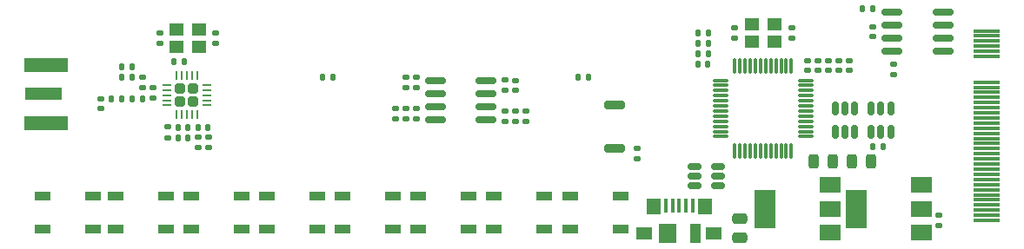
<source format=gtp>
%TF.GenerationSoftware,KiCad,Pcbnew,6.0.9-8da3e8f707~117~ubuntu20.04.1*%
%TF.CreationDate,2023-01-01T11:50:09-08:00*%
%TF.ProjectId,BoardyMcBoardFace,426f6172-6479-44d6-9342-6f6172644661,rev?*%
%TF.SameCoordinates,Original*%
%TF.FileFunction,Paste,Top*%
%TF.FilePolarity,Positive*%
%FSLAX46Y46*%
G04 Gerber Fmt 4.6, Leading zero omitted, Abs format (unit mm)*
G04 Created by KiCad (PCBNEW 6.0.9-8da3e8f707~117~ubuntu20.04.1) date 2023-01-01 11:50:09*
%MOMM*%
%LPD*%
G01*
G04 APERTURE LIST*
G04 Aperture macros list*
%AMRoundRect*
0 Rectangle with rounded corners*
0 $1 Rounding radius*
0 $2 $3 $4 $5 $6 $7 $8 $9 X,Y pos of 4 corners*
0 Add a 4 corners polygon primitive as box body*
4,1,4,$2,$3,$4,$5,$6,$7,$8,$9,$2,$3,0*
0 Add four circle primitives for the rounded corners*
1,1,$1+$1,$2,$3*
1,1,$1+$1,$4,$5*
1,1,$1+$1,$6,$7*
1,1,$1+$1,$8,$9*
0 Add four rect primitives between the rounded corners*
20,1,$1+$1,$2,$3,$4,$5,0*
20,1,$1+$1,$4,$5,$6,$7,0*
20,1,$1+$1,$6,$7,$8,$9,0*
20,1,$1+$1,$8,$9,$2,$3,0*%
G04 Aperture macros list end*
%ADD10RoundRect,0.250000X0.255000X0.255000X-0.255000X0.255000X-0.255000X-0.255000X0.255000X-0.255000X0*%
%ADD11RoundRect,0.062500X0.350000X0.062500X-0.350000X0.062500X-0.350000X-0.062500X0.350000X-0.062500X0*%
%ADD12RoundRect,0.062500X0.062500X0.350000X-0.062500X0.350000X-0.062500X-0.350000X0.062500X-0.350000X0*%
%ADD13RoundRect,0.135000X0.185000X-0.135000X0.185000X0.135000X-0.185000X0.135000X-0.185000X-0.135000X0*%
%ADD14RoundRect,0.147500X-0.172500X0.147500X-0.172500X-0.147500X0.172500X-0.147500X0.172500X0.147500X0*%
%ADD15RoundRect,0.147500X0.172500X-0.147500X0.172500X0.147500X-0.172500X0.147500X-0.172500X-0.147500X0*%
%ADD16RoundRect,0.243750X-0.243750X-0.456250X0.243750X-0.456250X0.243750X0.456250X-0.243750X0.456250X0*%
%ADD17RoundRect,0.140000X0.170000X-0.140000X0.170000X0.140000X-0.170000X0.140000X-0.170000X-0.140000X0*%
%ADD18RoundRect,0.075000X-0.075000X0.662500X-0.075000X-0.662500X0.075000X-0.662500X0.075000X0.662500X0*%
%ADD19RoundRect,0.075000X-0.662500X0.075000X-0.662500X-0.075000X0.662500X-0.075000X0.662500X0.075000X0*%
%ADD20R,1.500000X0.900000*%
%ADD21RoundRect,0.135000X-0.135000X-0.185000X0.135000X-0.185000X0.135000X0.185000X-0.135000X0.185000X0*%
%ADD22RoundRect,0.140000X0.140000X0.170000X-0.140000X0.170000X-0.140000X-0.170000X0.140000X-0.170000X0*%
%ADD23RoundRect,0.140000X-0.140000X-0.170000X0.140000X-0.170000X0.140000X0.170000X-0.140000X0.170000X0*%
%ADD24RoundRect,0.135000X-0.185000X0.135000X-0.185000X-0.135000X0.185000X-0.135000X0.185000X0.135000X0*%
%ADD25RoundRect,0.150000X-0.512500X-0.150000X0.512500X-0.150000X0.512500X0.150000X-0.512500X0.150000X0*%
%ADD26RoundRect,0.150000X-0.825000X-0.150000X0.825000X-0.150000X0.825000X0.150000X-0.825000X0.150000X0*%
%ADD27RoundRect,0.140000X-0.170000X0.140000X-0.170000X-0.140000X0.170000X-0.140000X0.170000X0.140000X0*%
%ADD28R,2.500000X0.350000*%
%ADD29R,0.450000X1.380000*%
%ADD30R,1.800000X1.900000*%
%ADD31R,1.425000X1.550000*%
%ADD32R,1.650000X1.300000*%
%ADD33R,1.000000X1.900000*%
%ADD34R,1.400000X1.200000*%
%ADD35RoundRect,0.200000X-0.800000X0.200000X-0.800000X-0.200000X0.800000X-0.200000X0.800000X0.200000X0*%
%ADD36RoundRect,0.150000X0.825000X0.150000X-0.825000X0.150000X-0.825000X-0.150000X0.825000X-0.150000X0*%
%ADD37R,2.000000X1.500000*%
%ADD38R,2.000000X3.800000*%
%ADD39RoundRect,0.250000X0.475000X-0.250000X0.475000X0.250000X-0.475000X0.250000X-0.475000X-0.250000X0*%
%ADD40RoundRect,0.150000X-0.150000X0.512500X-0.150000X-0.512500X0.150000X-0.512500X0.150000X0.512500X0*%
%ADD41RoundRect,0.147500X0.147500X0.172500X-0.147500X0.172500X-0.147500X-0.172500X0.147500X-0.172500X0*%
%ADD42RoundRect,0.135000X0.135000X0.185000X-0.135000X0.185000X-0.135000X-0.185000X0.135000X-0.185000X0*%
%ADD43RoundRect,0.243750X0.243750X0.456250X-0.243750X0.456250X-0.243750X-0.456250X0.243750X-0.456250X0*%
%ADD44R,3.600000X1.270000*%
%ADD45R,4.200000X1.350000*%
%ADD46RoundRect,0.147500X-0.147500X-0.172500X0.147500X-0.172500X0.147500X0.172500X-0.147500X0.172500X0*%
G04 APERTURE END LIST*
D10*
%TO.C,U1*%
X123573000Y-108288500D03*
X123573000Y-107038500D03*
X124823000Y-108288500D03*
X124823000Y-107038500D03*
D11*
X126135500Y-108663500D03*
X126135500Y-108163500D03*
X126135500Y-107663500D03*
X126135500Y-107163500D03*
X126135500Y-106663500D03*
D12*
X125198000Y-105726000D03*
X124698000Y-105726000D03*
X124198000Y-105726000D03*
X123698000Y-105726000D03*
X123198000Y-105726000D03*
D11*
X122260500Y-106663500D03*
X122260500Y-107163500D03*
X122260500Y-107663500D03*
X122260500Y-108163500D03*
X122260500Y-108663500D03*
D12*
X123198000Y-109601000D03*
X123698000Y-109601000D03*
X124198000Y-109601000D03*
X124698000Y-109601000D03*
X125198000Y-109601000D03*
%TD*%
D13*
%TO.C,R6*%
X155194000Y-110238000D03*
X155194000Y-109218000D03*
%TD*%
D14*
%TO.C,D2*%
X157226000Y-109243000D03*
X157226000Y-110213000D03*
%TD*%
D15*
%TO.C,L2*%
X120904000Y-107927000D03*
X120904000Y-106957000D03*
%TD*%
D16*
%TO.C,D5*%
X188952900Y-114147600D03*
X190827900Y-114147600D03*
%TD*%
D17*
%TO.C,C26*%
X197485000Y-120368000D03*
X197485000Y-119408000D03*
%TD*%
D18*
%TO.C,U2*%
X183090000Y-104803500D03*
X182590000Y-104803500D03*
X182090000Y-104803500D03*
X181590000Y-104803500D03*
X181090000Y-104803500D03*
X180590000Y-104803500D03*
X180090000Y-104803500D03*
X179590000Y-104803500D03*
X179090000Y-104803500D03*
X178590000Y-104803500D03*
X178090000Y-104803500D03*
X177590000Y-104803500D03*
D19*
X176177500Y-106216000D03*
X176177500Y-106716000D03*
X176177500Y-107216000D03*
X176177500Y-107716000D03*
X176177500Y-108216000D03*
X176177500Y-108716000D03*
X176177500Y-109216000D03*
X176177500Y-109716000D03*
X176177500Y-110216000D03*
X176177500Y-110716000D03*
X176177500Y-111216000D03*
X176177500Y-111716000D03*
D18*
X177590000Y-113128500D03*
X178090000Y-113128500D03*
X178590000Y-113128500D03*
X179090000Y-113128500D03*
X179590000Y-113128500D03*
X180090000Y-113128500D03*
X180590000Y-113128500D03*
X181090000Y-113128500D03*
X181590000Y-113128500D03*
X182090000Y-113128500D03*
X182590000Y-113128500D03*
X183090000Y-113128500D03*
D19*
X184502500Y-111716000D03*
X184502500Y-111216000D03*
X184502500Y-110716000D03*
X184502500Y-110216000D03*
X184502500Y-109716000D03*
X184502500Y-109216000D03*
X184502500Y-108716000D03*
X184502500Y-108216000D03*
X184502500Y-107716000D03*
X184502500Y-107216000D03*
X184502500Y-106716000D03*
X184502500Y-106216000D03*
%TD*%
D20*
%TO.C,D15*%
X132043000Y-117476000D03*
X132043000Y-120776000D03*
X136943000Y-120776000D03*
X136943000Y-117476000D03*
%TD*%
D21*
%TO.C,R4*%
X162304000Y-105918000D03*
X163324000Y-105918000D03*
%TD*%
D22*
%TO.C,C7*%
X174978000Y-103618000D03*
X174018000Y-103618000D03*
%TD*%
D23*
%TO.C,C16*%
X125292800Y-110813100D03*
X126252800Y-110813100D03*
%TD*%
%TO.C,C23*%
X117884000Y-104902000D03*
X118844000Y-104902000D03*
%TD*%
D22*
%TO.C,C9*%
X124297000Y-110813100D03*
X123337000Y-110813100D03*
%TD*%
D23*
%TO.C,C22*%
X117884000Y-105918000D03*
X118844000Y-105918000D03*
%TD*%
D24*
%TO.C,R13*%
X145542000Y-108964000D03*
X145542000Y-109984000D03*
%TD*%
D25*
%TO.C,U8*%
X173665300Y-114620000D03*
X173665300Y-115570000D03*
X173665300Y-116520000D03*
X175940300Y-116520000D03*
X175940300Y-115570000D03*
X175940300Y-114620000D03*
%TD*%
D17*
%TO.C,C14*%
X121581800Y-102588000D03*
X121581800Y-101628000D03*
%TD*%
D24*
%TO.C,R2*%
X122318400Y-110785700D03*
X122318400Y-111805700D03*
%TD*%
D20*
%TO.C,D11*%
X161537498Y-117476000D03*
X161537498Y-120776000D03*
X166437498Y-120776000D03*
X166437498Y-117476000D03*
%TD*%
D24*
%TO.C,R10*%
X146558000Y-105918000D03*
X146558000Y-106938000D03*
%TD*%
D17*
%TO.C,C5*%
X184708800Y-105280400D03*
X184708800Y-104320400D03*
%TD*%
D26*
%TO.C,U9*%
X192901800Y-99593400D03*
X192901800Y-100863400D03*
X192901800Y-102133400D03*
X192901800Y-103403400D03*
X197851800Y-103403400D03*
X197851800Y-102133400D03*
X197851800Y-100863400D03*
X197851800Y-99593400D03*
%TD*%
D20*
%TO.C,D18*%
X110199000Y-117476000D03*
X110199000Y-120776000D03*
X115099000Y-120776000D03*
X115099000Y-117476000D03*
%TD*%
D23*
%TO.C,C19*%
X116868000Y-108069900D03*
X117828000Y-108069900D03*
%TD*%
D27*
%TO.C,C17*%
X183134000Y-101120000D03*
X183134000Y-102080000D03*
%TD*%
D28*
%TO.C,U$1*%
X202127800Y-101392400D03*
X202127800Y-101892400D03*
X202127800Y-102392400D03*
X202127800Y-102892400D03*
X202127800Y-103392400D03*
X202127800Y-103892400D03*
X202127800Y-106392400D03*
X202127800Y-106892400D03*
X202127800Y-107392400D03*
X202127800Y-107892400D03*
X202127800Y-108392400D03*
X202127800Y-108892400D03*
X202127800Y-109392400D03*
X202127800Y-109892400D03*
X202127800Y-110392400D03*
X202127800Y-110892400D03*
X202127800Y-111392400D03*
X202127800Y-111892400D03*
X202127800Y-112392400D03*
X202127800Y-112892400D03*
X202127800Y-113392400D03*
X202127800Y-113892400D03*
X202127800Y-114392400D03*
X202127800Y-114892400D03*
X202127800Y-115392400D03*
X202127800Y-115892400D03*
X202127800Y-116392400D03*
X202127800Y-116892400D03*
X202127800Y-117392400D03*
X202127800Y-117892400D03*
X202127800Y-118392400D03*
X202127800Y-118892400D03*
X202127800Y-119392400D03*
X202127800Y-119892400D03*
%TD*%
D20*
%TO.C,D14*%
X139409000Y-117476000D03*
X139409000Y-120776000D03*
X144309000Y-120776000D03*
X144309000Y-117476000D03*
%TD*%
D17*
%TO.C,C3*%
X186740800Y-105280400D03*
X186740800Y-104320400D03*
%TD*%
D20*
%TO.C,D13*%
X146775000Y-117476000D03*
X146775000Y-120776000D03*
X151675000Y-120776000D03*
X151675000Y-117476000D03*
%TD*%
D15*
%TO.C,D8*%
X144526000Y-109959000D03*
X144526000Y-108989000D03*
%TD*%
D29*
%TO.C,J3*%
X170861200Y-118488400D03*
X171511200Y-118488400D03*
X172161200Y-118488400D03*
X172811200Y-118488400D03*
X173461200Y-118488400D03*
D30*
X171011200Y-121148400D03*
D31*
X174648700Y-118573400D03*
D32*
X175536200Y-121148400D03*
D33*
X173711200Y-121148400D03*
D31*
X169673700Y-118573400D03*
D32*
X168786200Y-121148400D03*
%TD*%
D27*
%TO.C,C25*%
X156210000Y-106218000D03*
X156210000Y-107178000D03*
%TD*%
D17*
%TO.C,C1*%
X188772800Y-105280400D03*
X188772800Y-104320400D03*
%TD*%
D34*
%TO.C,Y1*%
X123182000Y-102925500D03*
X125382000Y-102925500D03*
X125382000Y-101225500D03*
X123182000Y-101225500D03*
%TD*%
D27*
%TO.C,C12*%
X126331600Y-111788000D03*
X126331600Y-112748000D03*
%TD*%
D17*
%TO.C,C18*%
X177546000Y-102080000D03*
X177546000Y-101120000D03*
%TD*%
D20*
%TO.C,D17*%
X117311000Y-117476000D03*
X117311000Y-120776000D03*
X122211000Y-120776000D03*
X122211000Y-117476000D03*
%TD*%
D35*
%TO.C,SW1*%
X165862000Y-108644000D03*
X165862000Y-112844000D03*
%TD*%
D13*
%TO.C,R3*%
X193040000Y-105666000D03*
X193040000Y-104646000D03*
%TD*%
D23*
%TO.C,C8*%
X174018000Y-101586000D03*
X174978000Y-101586000D03*
%TD*%
D13*
%TO.C,R8*%
X156210000Y-110238000D03*
X156210000Y-109218000D03*
%TD*%
D22*
%TO.C,C10*%
X124297000Y-111829100D03*
X123337000Y-111829100D03*
%TD*%
D36*
%TO.C,U4*%
X153351000Y-110109000D03*
X153351000Y-108839000D03*
X153351000Y-107569000D03*
X153351000Y-106299000D03*
X148401000Y-106299000D03*
X148401000Y-107569000D03*
X148401000Y-108839000D03*
X148401000Y-110109000D03*
%TD*%
D17*
%TO.C,C4*%
X185724800Y-105280400D03*
X185724800Y-104320400D03*
%TD*%
%TO.C,C2*%
X187756800Y-105280400D03*
X187756800Y-104320400D03*
%TD*%
D37*
%TO.C,U6*%
X186842800Y-121047600D03*
D38*
X180542800Y-118747600D03*
D37*
X186842800Y-118747600D03*
X186842800Y-116447600D03*
%TD*%
D27*
%TO.C,C30*%
X191008000Y-100967600D03*
X191008000Y-101927600D03*
%TD*%
D20*
%TO.C,D12*%
X154141000Y-117476000D03*
X154141000Y-120776000D03*
X159041000Y-120776000D03*
X159041000Y-117476000D03*
%TD*%
D22*
%TO.C,C6*%
X174950000Y-104634000D03*
X173990000Y-104634000D03*
%TD*%
D39*
%TO.C,C27*%
X178104800Y-121602600D03*
X178104800Y-119702600D03*
%TD*%
D27*
%TO.C,C11*%
X125315600Y-111788000D03*
X125315600Y-112748000D03*
%TD*%
D40*
%TO.C,U7*%
X192770800Y-108996900D03*
X191820800Y-108996900D03*
X190870800Y-108996900D03*
X190870800Y-111271900D03*
X191820800Y-111271900D03*
X192770800Y-111271900D03*
%TD*%
%TO.C,U3*%
X189265600Y-108996900D03*
X188315600Y-108996900D03*
X187365600Y-108996900D03*
X187365600Y-111271900D03*
X188315600Y-111271900D03*
X189265600Y-111271900D03*
%TD*%
D41*
%TO.C,L1*%
X119865000Y-108069900D03*
X118895000Y-108069900D03*
%TD*%
D24*
%TO.C,R11*%
X146558000Y-108962000D03*
X146558000Y-109982000D03*
%TD*%
D23*
%TO.C,C20*%
X191036000Y-112699800D03*
X191996000Y-112699800D03*
%TD*%
D27*
%TO.C,C29*%
X145542000Y-105946000D03*
X145542000Y-106906000D03*
%TD*%
D42*
%TO.C,R1*%
X123954000Y-104394000D03*
X122934000Y-104394000D03*
%TD*%
D43*
%TO.C,D6*%
X187119500Y-114173000D03*
X185244500Y-114173000D03*
%TD*%
D42*
%TO.C,R15*%
X191010000Y-99263200D03*
X189990000Y-99263200D03*
%TD*%
%TO.C,R9*%
X138432000Y-105918000D03*
X137412000Y-105918000D03*
%TD*%
D37*
%TO.C,U5*%
X195732800Y-121047600D03*
D38*
X189432800Y-118747600D03*
D37*
X195732800Y-118747600D03*
X195732800Y-116447600D03*
%TD*%
D34*
%TO.C,Y2*%
X181440000Y-100750000D03*
X179240000Y-100750000D03*
X179240000Y-102450000D03*
X181440000Y-102450000D03*
%TD*%
D17*
%TO.C,C21*%
X115824000Y-109007100D03*
X115824000Y-108047100D03*
%TD*%
D27*
%TO.C,C13*%
X168097200Y-112880200D03*
X168097200Y-113840200D03*
%TD*%
D24*
%TO.C,R5*%
X155194000Y-106168000D03*
X155194000Y-107188000D03*
%TD*%
D20*
%TO.C,D16*%
X124677000Y-117476000D03*
X124677000Y-120776000D03*
X129577000Y-120776000D03*
X129577000Y-117476000D03*
%TD*%
D14*
%TO.C,L3*%
X119888000Y-105941000D03*
X119888000Y-106911000D03*
%TD*%
D44*
%TO.C,J1*%
X110290000Y-107543600D03*
D45*
X110490000Y-104718600D03*
X110490000Y-110368600D03*
%TD*%
D27*
%TO.C,C15*%
X127000000Y-101628000D03*
X127000000Y-102588000D03*
%TD*%
D46*
%TO.C,FB1*%
X174013000Y-102602000D03*
X174983000Y-102602000D03*
%TD*%
M02*

</source>
